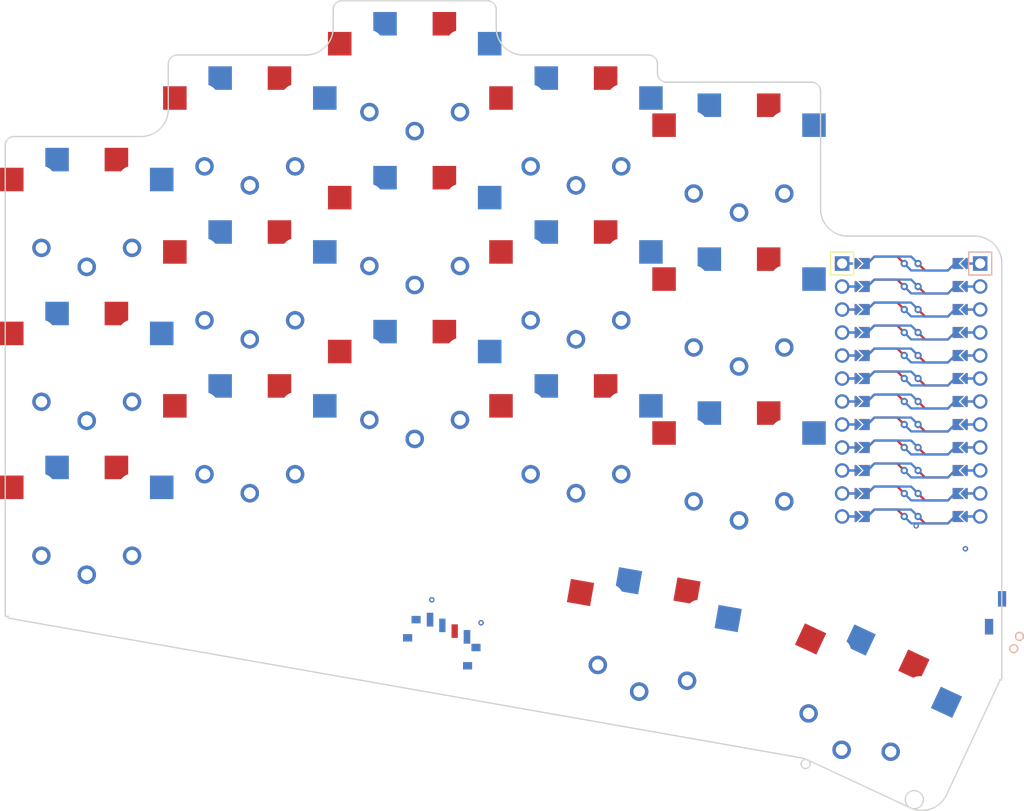
<source format=kicad_pcb>
(kicad_pcb (version 20211014) (generator pcbnew)
  (title_block (title "lazy_ferris") (rev "v1.0.0") (company "Unknown"))
  (layers (0 "F.Cu" signal) (31 "B.Cu" signal) (34 "B.Paste" user) (35 "F.Paste" user) (36 "B.SilkS" user "B.Silkscreen") (37 "F.SilkS" user "F.Silkscreen") (38 "B.Mask" user) (39 "F.Mask" user) (44 "Edge.Cuts" user))
  (net 0 "")
  (net 1 "P7")
  (net 2 "GND")
  (net 3 "P6")
  (net 4 "P5")
  (net 5 "P4")
  (net 6 "P3")
  (net 7 "P0")
  (net 8 "P1")
  (net 9 "P19")
  (net 10 "P18")
  (net 11 "P15")
  (net 12 "P14")
  (net 13 "P16")
  (net 14 "P10")
  (net 15 "P20")
  (net 16 "P21")
  (net 17 "P8")
  (net 18 "P9")
  (net 19 "RAW")
  (net 20 "RST")
  (net 21 "VCC")
  (net 22 "P2")
  (net 23 "pos")
  (footprint "lib:bat" (layer "F.Cu") (at 120.639775 13.394291 -25)
    (fp_text reference "")
    (fp_text value "")
  )
  (footprint "PG1350" (layer "F.Cu") (at 80 13 170)
    (fp_text reference "S32" hide)
    (fp_text value "" hide)
  )
  (footprint "VIA-0.6mm" (layer "F.Cu") (at 109.550332 0.499554 -25)
    (fp_text reference "REF**" hide)
    (fp_text value "VIA-0.6mm" hide)
  )
  (footprint "PG1350" (layer "F.Cu") (at 36 -26)
    (fp_text reference "S9" hide)
    (fp_text value "" hide)
  )
  (footprint "PG1350" (layer "F.Cu") (at 90 -6 180)
    (fp_text reference "S26" hide)
    (fp_text value "" hide)
  )
  (footprint "PG1350" (layer "F.Cu") (at 54.2 -32)
    (fp_text reference "S15" hide)
    (fp_text value "" hide)
  )
  (footprint "PG1350" (layer "F.Cu") (at 18 -17 180)
    (fp_text reference "S4" hide)
    (fp_text value "" hide)
  )
  (footprint "PG1350" (layer "F.Cu") (at 103.816891 19.893564 -25)
    (fp_text reference "S33" hide)
    (fp_text value "" hide)
  )
  (footprint "PG1350" (layer "F.Cu") (at 90 -23)
    (fp_text reference "S27" hide)
    (fp_text value "" hide)
  )
  (footprint "PG1350" (layer "F.Cu") (at 72 -9 180)
    (fp_text reference "S20" hide)
    (fp_text value "" hide)
  )
  (footprint "PG1350" (layer "F.Cu") (at 18 -17)
    (fp_text reference "S3" hide)
    (fp_text value "" hide)
  )
  (footprint "ProMicro" (layer "F.Cu") (at 109 -14.5 -90)
    (fp_text reference "MCU1" hide)
    (fp_text value "")
  )
  (footprint "PG1350" (layer "F.Cu") (at 54.2 -15)
    (fp_text reference "S13" hide)
    (fp_text value "" hide)
  )
  (footprint "VIA-0.6mm" (layer "F.Cu") (at 56.087934 8.670966 -25)
    (fp_text reference "REF**" hide)
    (fp_text value "VIA-0.6mm" hide)
  )
  (footprint "PG1350" (layer "F.Cu") (at 90 -23 180)
    (fp_text reference "S28" hide)
    (fp_text value "" hide)
  )
  (footprint "PG1350" (layer "F.Cu") (at 90 -40)
    (fp_text reference "S29" hide)
    (fp_text value "" hide)
  )
  (footprint "PG1350" (layer "F.Cu") (at 72 -43 180)
    (fp_text reference "S24" hide)
    (fp_text value "" hide)
  )
  (footprint "PG1350" (layer "F.Cu") (at 72 -26)
    (fp_text reference "S21" hide)
    (fp_text value "" hide)
  )
  (footprint "Button_Switch_SMD:SW_SPST_B3U-1000P" (layer "F.Cu") (at 118.312935 10.102512 -115)
    (fp_text reference "")
    (fp_text value "")
  )
  (footprint "PG1350" (layer "F.Cu") (at 36 -9)
    (fp_text reference "S7" hide)
    (fp_text value "" hide)
  )
  (footprint "VIA-0.6mm" (layer "F.Cu") (at 114.988179 3.035263 -25)
    (fp_text reference "REF**" hide)
    (fp_text value "VIA-0.6mm" hide)
  )
  (footprint "PG1350" (layer "F.Cu") (at 103.816891 19.893564 155)
    (fp_text reference "S34" hide)
    (fp_text value "" hide)
  )
  (footprint "PG1350" (layer "F.Cu") (at 18 0)
    (fp_text reference "S1" hide)
    (fp_text value "" hide)
  )
  (footprint "PG1350" (layer "F.Cu") (at 18 -34 180)
    (fp_text reference "S6" hide)
    (fp_text value "" hide)
  )
  (footprint "Button_Switch_SMD:SW_SPDT_PCM12" (layer "F.Cu") (at 57.327694 13.110898 -25)
    (fp_text reference "")
    (fp_text value "")
  )
  (footprint "PG1350" (layer "F.Cu") (at 72 -26 180)
    (fp_text reference "S22" hide)
    (fp_text value "" hide)
  )
  (footprint "PG1350" (layer "F.Cu") (at 36 -26 180)
    (fp_text reference "S10" hide)
    (fp_text value "" hide)
  )
  (footprint "PG1350" (layer "F.Cu") (at 80 13 -10)
    (fp_text reference "S31" hide)
    (fp_text value "" hide)
  )
  (footprint "PG1350" (layer "F.Cu") (at 18 0 180)
    (fp_text reference "S2" hide)
    (fp_text value "" hide)
  )
  (footprint "PG1350" (layer "F.Cu") (at 18 -34)
    (fp_text reference "S5" hide)
    (fp_text value "" hide)
  )
  (footprint "PG1350" (layer "F.Cu") (at 36 -43 180)
    (fp_text reference "S12" hide)
    (fp_text value "" hide)
  )
  (footprint "PG1350" (layer "F.Cu") (at 72 -43)
    (fp_text reference "S23" hide)
    (fp_text value "" hide)
  )
  (footprint "PG1350" (layer "F.Cu") (at 90 -6)
    (fp_text reference "S25" hide)
    (fp_text value "" hide)
  )
  (footprint "PG1350" (layer "F.Cu") (at 36 -9 180)
    (fp_text reference "S8" hide)
    (fp_text value "" hide)
  )
  (footprint "PG1350" (layer "F.Cu") (at 54.2 -32 180)
    (fp_text reference "S16" hide)
    (fp_text value "" hide)
  )
  (footprint "PG1350" (layer "F.Cu") (at 36 -43)
    (fp_text reference "S11" hide)
    (fp_text value "" hide)
  )
  (footprint "PG1350" (layer "F.Cu") (at 54.2 -15 180)
    (fp_text reference "S14" hide)
    (fp_text value "" hide)
  )
  (footprint "PG1350" (layer "F.Cu") (at 54.2 -49)
    (fp_text reference "S17" hide)
    (fp_text value "" hide)
  )
  (footprint "PG1350" (layer "F.Cu") (at 54.2 -49 180)
    (fp_text reference "S18" hide)
    (fp_text value "" hide)
  )
  (footprint "PG1350" (layer "F.Cu") (at 90 -40 180)
    (fp_text reference "S30" hide)
    (fp_text value "" hide)
  )
  (footprint "PG1350" (layer "F.Cu") (at 72 -9)
    (fp_text reference "S19" hide)
    (fp_text value "" hide)
  )
  (footprint "VIA-0.6mm" (layer "F.Cu") (at 61.525781 11.206675 -25)
    (fp_text reference "REF**" hide)
    (fp_text value "VIA-0.6mm" hide)
  )
  (gr_line (start 81 -49.5) (end 81 -50.5) (layer "Edge.Cuts") (width 0.15))
  (gr_line (start 45.2 -56.5) (end 45.2 -54.5) (layer "Edge.Cuts") (width 0.15))
  (gr_line (start 118.796589 17.5) (end 118.828624 17.514938) (layer "Edge.Cuts") (width 0.15))
  (gr_arc (start 80 -51.5) (mid 80.707107 -51.207107) (end 81 -50.5) (layer "Edge.Cuts") (width 0.15))
  (gr_arc (start 9 -41.5) (mid 9.292893 -42.207107) (end 10 -42.5) (layer "Edge.Cuts") (width 0.15))
  (gr_arc (start 116 -31.5) (mid 118.12132 -30.62132) (end 119 -28.5) (layer "Edge.Cuts") (width 0.15))
  (gr_arc (start 82 -48.5) (mid 81.292893 -48.792893) (end 81 -49.5) (layer "Edge.Cuts") (width 0.15))
  (gr_line (start 62.2 -57.5) (end 46.2 -57.5) (layer "Edge.Cuts") (width 0.15))
  (gr_arc (start 102 -31.5) (mid 99.87868 -32.37868) (end 99 -34.5) (layer "Edge.Cuts") (width 0.15))
  (gr_arc (start 96.812147 26.118701) (mid 97.19332 26.211973) (end 97.559057 26.354201) (layer "Edge.Cuts") (width 0.15))
  (gr_arc (start 97.559057 26.354201) (mid 97.136439 27.260509) (end 97.559057 26.354201) (layer "Edge.Cuts") (width 0.15))
  (gr_line (start 102 -31.5) (end 116 -31.5) (layer "Edge.Cuts") (width 0.15))
  (gr_line (start 9.360955 10.5) (end 9 10.5) (layer "Edge.Cuts") (width 0.15))
  (gr_line (start 63.2 -54.5) (end 63.2 -56.5) (layer "Edge.Cuts") (width 0.15))
  (gr_line (start 82 -48.5) (end 98 -48.5) (layer "Edge.Cuts") (width 0.15))
  (gr_arc (start 112.911969 30.203247) (mid 111.219106 31.75447) (end 108.92519 31.654316) (layer "Edge.Cuts") (width 0.15))
  (gr_line (start 9.326976 10.692705) (end 9.360955 10.5) (layer "Edge.Cuts") (width 0.15))
  (gr_arc (start 62.2 -57.5) (mid 62.907107 -57.207107) (end 63.2 -56.5) (layer "Edge.Cuts") (width 0.15))
  (gr_line (start 28 -51.5) (end 42.2 -51.5) (layer "Edge.Cuts") (width 0.15))
  (gr_arc (start 45.2 -56.5) (mid 45.492893 -57.207107) (end 46.2 -57.5) (layer "Edge.Cuts") (width 0.15))
  (gr_arc (start 27 -45.5) (mid 26.12132 -43.37868) (end 24 -42.5) (layer "Edge.Cuts") (width 0.15))
  (gr_line (start 97.559057 26.354201) (end 108.92519 31.654316) (layer "Edge.Cuts") (width 0.15))
  (gr_line (start 27 -50.5) (end 27 -45.5) (layer "Edge.Cuts") (width 0.15))
  (gr_arc (start 66.2 -51.5) (mid 64.07868 -52.37868) (end 63.2 -54.5) (layer "Edge.Cuts") (width 0.15))
  (gr_line (start 119 17.5) (end 119 -28.5) (layer "Edge.Cuts") (width 0.15))
  (gr_line (start 112.911968 30.203247) (end 118.828624 17.514938) (layer "Edge.Cuts") (width 0.15))
  (gr_line (start 10 -42.5) (end 24 -42.5) (layer "Edge.Cuts") (width 0.15))
  (gr_arc (start 27 -50.5) (mid 27.292893 -51.207107) (end 28 -51.5) (layer "Edge.Cuts") (width 0.15))
  (gr_arc (start 108.92519 31.654316) (mid 109.770426 29.8417) (end 108.92519 31.654316) (layer "Edge.Cuts") (width 0.15))
  (gr_line (start 66.2 -51.5) (end 80 -51.5) (layer "Edge.Cuts") (width 0.15))
  (gr_arc (start 98 -48.5) (mid 98.707107 -48.207107) (end 99 -47.5) (layer "Edge.Cuts") (width 0.15))
  (gr_arc (start 45.2 -54.5) (mid 44.32132 -52.37868) (end 42.2 -51.5) (layer "Edge.Cuts") (width 0.15))
  (gr_line (start 9 10.5) (end 9 -41.5) (layer "Edge.Cuts") (width 0.15))
  (gr_line (start 119 17.5) (end 118.796589 17.5) (layer "Edge.Cuts") (width 0.15))
  (gr_line (start 9.326976 10.692705) (end 96.812147 26.118701) (layer "Edge.Cuts") (width 0.15))
  (gr_line (start 99 -34.5) (end 99 -47.5) (layer "Edge.Cuts") (width 0.15))
)
</source>
